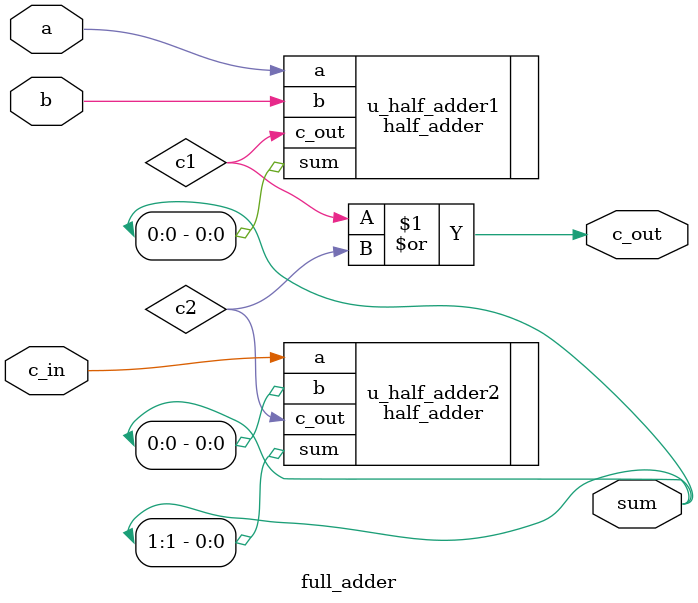
<source format=v>
module full_adder (
    input a,
    input b,
    input c_in,
    output [1:0] sum,
    output c_out
);

wire c1;
wire c2;

assign c_out = c1 | c2;

half_adder u_half_adder1(
    .a(a),
    .b(b),
    .sum(sum[0]),
    .c_out(c1)
);

half_adder u_half_adder2(
    .a(c_in),
    .b(sum[0]),
    .sum(sum[1]),
    .c_out(c2)
);
    
endmodule
</source>
